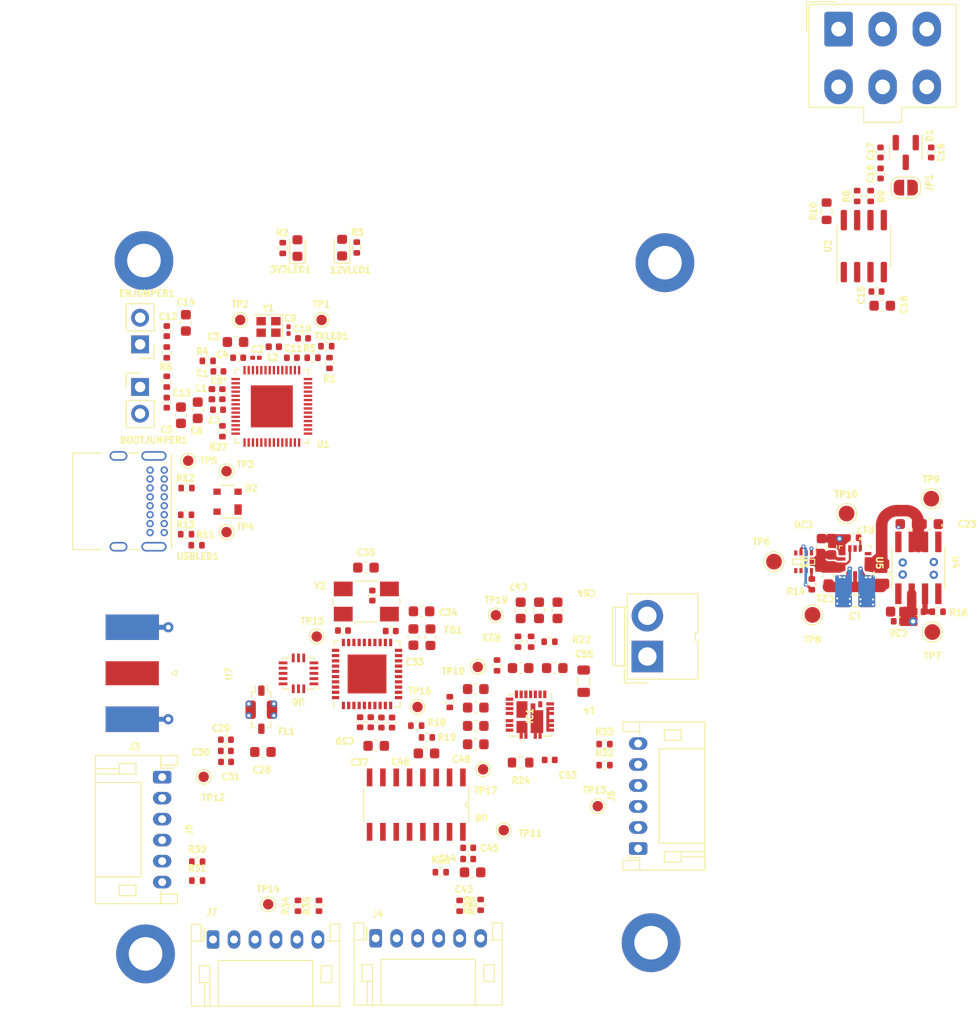
<source format=kicad_pcb>
(kicad_pcb (version 20221018) (generator pcbnew)
  (layers (0 "F.Cu" mixed) (1 "In1.Cu" power) (2 "In2.Cu" power) (31 "B.Cu" mixed) (34 "B.Paste" user) (35 "F.Paste" user) (36 "B.SilkS" user "B.Silkscreen") (37 "F.SilkS" user "F.Silkscreen") (38 "B.Mask" user) (39 "F.Mask" user) (44 "Edge.Cuts" user))
  (net 0 "")
  (net 1 "GND")
  (net 2 "VBUS")
  (net 3 "RBUS_uC_V")
  (net 4 "Net-(3V3LED1-A)")
  (net 5 "/Power/BBIN")
  (net 6 "/Power/BIAS")
  (net 7 "/Power/BBOUT")
  (net 8 "/Power/LX1")
  (net 9 "/Power/LX2")
  (net 10 "/Power/SEL")
  (net 11 "/Power/FBIn")
  (net 12 "Net-(12VLED1-A)")
  (net 13 "/BOOT")
  (net 14 "5V_PWR")
  (net 15 "Net-(C1-Pad1)")
  (net 16 "/Camera System/VIDEO_IN")
  (net 17 "+3.3VA")
  (net 18 "+3.3V")
  (net 19 "Net-(U1-LNA_IN{slash}RF)")
  (net 20 "Net-(U1-XTAL_N)")
  (net 21 "Net-(C8-Pad2)")
  (net 22 "/CHIP_PU")
  (net 23 "Net-(C9-Pad1)")
  (net 24 "Net-(JP1-B)")
  (net 25 "Net-(U7-REG1D8)")
  (net 26 "Net-(C36-Pad1)")
  (net 27 "Net-(C42-Pad1)")
  (net 28 "/CAN+")
  (net 29 "/CAN-")
  (net 30 "Net-(IC1-VIN_1)")
  (net 31 "Net-(IC1-V_DRV)")
  (net 32 "Net-(IC1-VDD)")
  (net 33 "Net-(IC1-BOOT)")
  (net 34 "Net-(U8-Z)")
  (net 35 "/Data-")
  (net 36 "/Data+")
  (net 37 "/Camera System/RFOUT")
  (net 38 "Net-(C53-Pad2)")
  (net 39 "Net-(IC1-SW_1)")
  (net 42 "PWR_GOOD")
  (net 43 "Net-(IC1-FB)")
  (net 44 "PA_EN")
  (net 45 "Net-(IC1-MODE_2)")
  (net 46 "Net-(IC1-_MODE_1)")
  (net 47 "Net-(IC1-PHASE)")
  (net 49 "/Camera System/CAMERA0")
  (net 50 "CAMERA_PWR_DET")
  (net 51 "CAMERA0_TRIG")
  (net 52 "/Camera System/CAMERA1")
  (net 53 "CAMERA1_TRIG")
  (net 54 "/Camera System/CAMERA2")
  (net 55 "CAMERA2_TRIG")
  (net 56 "/Camera System/CAMERA3")
  (net 57 "CAMERA3_TRIG")
  (net 58 "Net-(FL1-OUT)")
  (net 59 "Net-(J2-CC1)")
  (net 61 "Net-(J2-CC2)")
  (net 62 "+12V")
  (net 63 "/CAN-BUS/Vref")
  (net 65 "Net-(USBLED1-A)")
  (net 66 "Net-(U1-XTAL_P)")
  (net 67 "/TXD")
  (net 68 "Net-(TXLED1-A)")
  (net 69 "Net-(U1-U0TXD{slash}PROG{slash}GPIO43)")
  (net 70 "Net-(U2-Rs)")
  (net 71 "Net-(U3-ST)")
  (net 72 "/RXD")
  (net 73 "Net-(R21-Pad1)")
  (net 74 "Net-(U6-RF_IN)")
  (net 77 "SEL2")
  (net 78 "SEL1")
  (net 80 "CS0")
  (net 81 "CS1")
  (net 82 "CS2")
  (net 96 "/Camera System/OSC2")
  (net 97 "/Camera System/OSC4")
  (net 98 "Net-(J4-Pin_1)")
  (net 99 "Net-(J4-Pin_4)")
  (net 100 "Net-(J4-Pin_5)")
  (net 101 "Net-(J4-Pin_6)")
  (net 104 "PA_PWR_DET")
  (net 133 "/CAN_TX")
  (net 134 "/CAN_RX")
  (net 135 "/Power/VoutDiode")
  (net 141 "Net-(J5-Pin_5)")
  (net 142 "Net-(J5-Pin_6)")
  (net 143 "Net-(J6-Pin_5)")
  (net 144 "Net-(J6-Pin_6)")
  (net 145 "Net-(J7-Pin_5)")
  (net 146 "Net-(J7-Pin_6)")
  (net 147 "PHOTO0_TRIG")
  (net 148 "PHOTO1_TRIG")
  (net 149 "PHOTO2_TRIG")
  (net 150 "PHOTO3_TRIG")
  (footprint "Capacitor_SMD:C_0603_1608Metric" (layer "F.Cu") (at 159.852 109.2572 180)
    (fp_text reference "C37")
    (fp_text value "10u")
  )
  (footprint "Capacitor_SMD:C_0402_1005Metric" (layer "F.Cu") (at 145.532 108.6702)
    (fp_text reference "C29")
    (fp_text value "100n")
  )
  (footprint "MountingHole:MountingHole_3.2mm_M3_DIN965_Pad" (layer "F.Cu") (at 137.8784 129.0724)
    (fp_text reference "H3" hide)
    (fp_text value "MountingHole_Pad")
  )
  (footprint "Capacitor_SMD:C_0402_1005Metric" (layer "F.Cu") (at 145.2 75.76 90)
    (fp_text reference "C8")
    (fp_text value "0.1uF")
  )
  (footprint "Capacitor_SMD:C_0402_1005Metric" (layer "F.Cu") (at 158.315 107.0096 -90)
    (fp_text reference "C39")
    (fp_text value "100n")
  )
  (footprint "Ricardo-CHEESE:SOIC127P600X175-16N" (layer "F.Cu") (at 163.6638 114.8528 -90)
    (fp_text reference "U8")
    (fp_text value "HEF4051BT")
  )
  (footprint "LED_SMD:LED_0603_1608Metric" (layer "F.Cu") (at 156.6 61.8 90)
    (fp_text reference "12VLED1")
    (fp_text value "12V_LED")
  )
  (footprint "Resistor_SMD:R_0402_1005Metric" (layer "F.Cu") (at 213.337285 96.48)
    (fp_text reference "R16")
    (fp_text value "10k")
  )
  (footprint "Resistor_SMD:R_0402_1005Metric" (layer "F.Cu") (at 155.1 71.19)
    (fp_text reference "TXLED1")
    (fp_text value "TX_LED")
  )
  (footprint "Capacitor_SMD:C_0402_1005Metric" (layer "F.Cu") (at 161.2386 98.3228)
    (fp_text reference "C32" hide)
    (fp_text value "10n")
  )
  (footprint "Inductor_SMD:L_0402_1005Metric" (layer "F.Cu") (at 150.1 71.24)
    (fp_text reference "L2")
    (fp_text value "20nH")
  )
  (footprint "Capacitor_SMD:C_0402_1005Metric" (layer "F.Cu") (at 139.9 69.748 90)
    (fp_text reference "C12")
    (fp_text value "0.1uF")
  )
  (footprint "Capacitor_SMD:C_0402_1005Metric" (layer "F.Cu") (at 159.331 107.0096 -90)
    (fp_text reference "C40" hide)
    (fp_text value "100n")
  )
  (footprint "Resistor_SMD:R_0402_1005Metric" (layer "F.Cu") (at 174.6116 99.338 90)
    (fp_text reference "R21" hide)
    (fp_text value "18k")
  )
  (footprint "Capacitor_SMD:C_0603_1608Metric" (layer "F.Cu") (at 176.8616 101.848)
    (fp_text reference "C55")
    (fp_text value "2u2")
  )
  (footprint "Resistor_SMD:R_0402_1005Metric" (layer "F.Cu") (at 164.6818 108.452 180)
    (fp_text reference "R19")
    (fp_text value "10k")
  )
  (footprint "fps:SiC437BEDT1GE3" (layer "F.Cu") (at 174.5556 106.329 90)
    (fp_text reference "IC1")
    (fp_text value "SiC437BED-T1-GE3" hide)
  )
  (footprint "Crystal:Crystal_SMD_2016-4Pin_2.0x1.6mm" (layer "F.Cu") (at 149.591492 69.355 180)
    (fp_text reference "Y1")
    (fp_text value "40MHz±10ppm")
  )
  (footprint "Capacitor_SMD:C_0603_1608Metric" (layer "F.Cu") (at 173.6116 101.848 180)
    (fp_text reference "C56" hide)
    (fp_text value "1u")
  )
  (footprint "Ricardo-CHEESE:RTC6705" (layer "F.Cu") (at 158.9782 102.4096 90)
    (fp_text reference "U7")
    (fp_text value "RTC6705")
  )
  (footprint "Resistor_SMD:R_0402_1005Metric" (layer "F.Cu") (at 143.8 72.59)
    (fp_text reference "R4")
    (fp_text value "47.5")
  )
  (footprint "Connector:JWT_A3963_1x02_P3.96mm_Vertical" (layer "F.Cu") (at 185.6812 100.7452 90)
    (fp_text reference "J8" hide)
    (fp_text value "Conn_01x02_Male")
  )
  (footprint "Capacitor_SMD:C_0603_1608Metric" (layer "F.Cu") (at 173.6116 96.348 90)
    (fp_text reference "C47")
    (fp_text value "3u3")
  )
  (footprint "TestPoint:TestPoint_Pad_D1.0mm" (layer "F.Cu") (at 172 117.29)
    (fp_text reference "TP11")
    (fp_text value "TestPoint")
  )
  (footprint "Inductor_SMD:L_0402_1005Metric" (layer "F.Cu") (at 144.2 75.76 90)
    (fp_text reference "L1")
    (fp_text value "2.0nH")
  )
  (footprint "Resistor_SMD:R_0402_1005Metric" (layer "F.Cu") (at 181.6 111.09)
    (fp_text reference "R32")
    (fp_text value "1k")
  )
  (footprint "Capacitor_SMD:C_0603_1608Metric" (layer "F.Cu") (at 169.3366 107.358 180)
    (fp_text reference "C49" hide)
    (fp_text value "2u2")
  )
  (footprint "Package_TO_SOT_SMD:SOT-143" (layer "F.Cu") (at 145.6918 85.9994 180)
    (fp_text reference "D2")
    (fp_text value "SP0503BAHT")
  )
  (footprint "Resistor_SMD:R_0402_1005Metric" (layer "F.Cu") (at 141.7418 89.0994)
    (fp_text reference "R11")
    (fp_text value "470")
  )
  (footprint "TestPoint:TestPoint_Pad_D1.0mm" (layer "F.Cu") (at 145.5918 88.8994 -90)
    (fp_text reference "TP4")
    (fp_text value "TestPoint")
  )
  (footprint "Inductor_SMD:L_0805_2012Metric" (layer "F.Cu") (at 179.6116 103.098 -90)
    (fp_text reference "L4")
    (fp_text value "11u")
  )
  (footprint "Capacitor_SMD:C_0201_0603Metric" (layer "F.Cu") (at 151.5 69.66 -90)
    (fp_text reference "C9")
    (fp_text value "C")
  )
  (footprint "Capacitor_SMD:C_0603_1608Metric" (layer "F.Cu") (at 142.85 77.29 -90)
    (fp_text reference "C6")
    (fp_text value "1uF")
  )
  (footprint "Capacitor_SMD:C_0402_1005Metric" (layer "F.Cu") (at 212.7194 52.7384 90)
    (fp_text reference "C19")
    (fp_text value "220pF")
  )
  (footprint "Resistor_SMD:R_0402_1005Metric" (layer "F.Cu") (at 176.3616 99.338 180)
    (fp_text reference "R22")
    (fp_text value "56k")
  )
  (footprint "Capacitor_SMD:C_0402_1005Metric" (layer "F.Cu") (at 207.8984 54.7334 90)
    (fp_text reference "C18")
    (fp_text value "0.1uF")
  )
  (footprint "Resistor_SMD:R_0402_1005Metric" (layer "F.Cu") (at 150.95 61.84 -90)
    (fp_text reference "R2")
    (fp_text value "470")
  )
  (footprint "Capacitor_SMD:C_0603_1608Metric" (layer "F.Cu") (at 210.55 88.13 180)
    (fp_text reference "C24" hide)
    (fp_text value "4.7uF")
  )
  (footprint "Capacitor_SMD:C_0603_1608Metric" (layer "F.Cu") (at 164.642 109.976 180)
    (fp_text reference "C46")
    (fp_text value "1u")
  )
  (footprint "TestPoint:TestPoint_Pad_D1.0mm" (layer "F.Cu") (at 141.9418 82.0994 -90)
    (fp_text reference "TP5")
    (fp_text value "TestPoint")
  )
  (footprint "Resistor_SMD:R_0402_1005Metric" (layer "F.Cu") (at 142.8 120.29)
    (fp_text reference "R30")
    (fp_text value "1k")
  )
  (footprint "Capacitor_SMD:C_0402_1005Metric" (layer "F.Cu") (at 161.363 107.0376 -90)
    (fp_text reference "C38" hide)
    (fp_text value "100n")
  )
  (footprint "fps:SOTFL50P160X60-8N" (layer "F.Cu") (at 200.57 91.722 -90)
    (fp_text reference "U3")
    (fp_text value "LM66200DRLR" hide)
  )
  (footprint "Capacitor_SMD:C_0603_1608Metric" (layer "F.Cu") (at 141.7208 68.966386 90)
    (fp_text reference "C14")
    (fp_text value "1uF")
  )
  (footprint "Connector_JST:JST_PH_S6B-PH-K_1x06_P2.00mm_Horizontal" (layer "F.Cu") (at 139.4648 112.236 -90)
    (fp_text reference "J5")
    (fp_text value "Conn_01x06_Pin")
  )
  (footprint "Resistor_SMD:R_0402_1005Metric" (layer "F.Cu") (at 166 121.29)
    (fp_text reference "R26")
    (fp_text value "1k")
  )
  (footprint "Capacitor_SMD:C_0603_1608Metric" (layer "F.Cu") (at 177.1216 96.348 90)
    (fp_text reference "C54")
    (fp_text value "3u3")
  )
  (footprint "Capacitor_SMD:C_0402_1005Metric" (layer "F.Cu") (at 159.4834 94.942 -90)
    (fp_text reference "C42" hide)
    (fp_text value "33p")
  )
  (footprint "MountingHole:MountingHole_3.2mm_M3_DIN965_Pad" (layer "F.Cu") (at 137.726 63.0324)
    (fp_text reference "H1" hide)
    (fp_text value "MountingHole_Pad")
  )
  (footprint "Resistor_SMD:R_0402_1005Metric" (layer "F.Cu") (at 154.4 124.49 90)
    (fp_text reference "R35")
    (fp_text value "1k")
  )
  (footprint "Capacitor_SMD:C_0402_1005Metric" (layer "F.Cu") (at 209.63 97.39)
    (fp_text reference "C26")
    (fp_text value "0.1uF")
  )
  (footprint "Resistor_SMD:R_0402_1005Metric" (layer "F.Cu") (at 171.3616 101.598 -90)
    (fp_text reference "R25" hide)
    (fp_text value "51k")
  )
  (footprint "fps:QFN40P700X700X90-57N" (layer "F.Cu") (at 149.907492 76.920786)
    (fp_text reference "U1")
    (fp_text value "ESP32-S3")
  )
  (footprint "Capacitor_SMD:C_0402_1005Metric" (layer "F.Cu") (at 207.5084 65.9834)
    (fp_text reference "C15")
    (fp_text value "100nF")
  )
  (footprint "Capacitor_SMD:C_0805_2012Metric" (layer "F.Cu") (at 208.005 92.88 -90)
    (fp_text reference "C22" hide)
    (fp_text value "22uF")
  )
  (footprint "Resistor_SMD:R_0402_1005Metric" (layer "F.Cu") (at 145.2 79.29 90)
    (fp_text reference "R27")
    (fp_text value "1k")
  )
  (footprint "TestPoint:TestPoint_Pad_D1.0mm" (layer "F.Cu") (at 149.5624 124.348)
    (fp_text reference "TP14")
    (fp_text value "TestPoint")
  )
  (footprint "Capacitor_SMD:C_0603_1608Metric" (layer "F.Cu") (at 169.3366 109.108 180)
    (fp_text reference "C48")
    (fp_text value "2u2")
  )
  (footprint "TestPoint:TestPoint_Pad_D1.0mm" (layer "F.Cu") (at 163.7864 105.552)
    (fp_text reference "TP16")
    (fp_text value "TestPoint")
  )
  (footprint "Capacitor_SMD:C_0603_1608Metric" (layer "F.Cu") (at 158.8738 92.2776)
    (fp_text reference "C35")
    (fp_text value "1u")
  )
  (footprint "Capacitor_SMD:C_0402_1005Metric" (layer "F.Cu") (at 145.5268 109.737)
    (fp_text reference "C30")
    (fp_text value "100n")
  )
  (footprint "Capacitor_SMD:C_0402_1005Metric" (layer "F.Cu") (at 160.347 107.0376 -90)
    (fp_text reference "C41" hide)
    (fp_text value "100n")
  )
  (footprint "Resistor_SMD:R_0402_1005Metric" (layer "F.Cu") (at 142.8 122.09)
    (fp_text reference "R31")
    (fp_text value "1k")
  )
  (footprint "Resistor_SMD:R_0402_1005Metric" (layer "F.Cu") (at 201.35 93.872 90)
    (fp_text reference "R14")
    (fp_text value "10k")
  )
  (footprint "Capacitor_SMD:C_0402_1005Metric" (layer "F.Cu") (at 144.82 73.59)
    (fp_text reference "C1")
    (fp_text value "4.2pF")
  )
  (footprint "Connector_USB:USB_C_Receptacle_GCT_USB4085" (layer "F.Cu") (at 139.66 82.99 -90)
    (fp_text reference "J2" hide)
    (fp_text value "USB_C_Receptacle_USB2.0")
  )
  (footprint "Capacitor_SMD:C_0603_1608Metric" (layer "F.Cu") (at 202.29 90.29 90)
    (fp_text reference "C20")
    (fp_text value "10uF")
  )
  (footprint "Capacitor_SMD:C_0402_1005Metric" (layer "F.Cu") (at 139.9 76.566386 -90)
    (fp_text reference "C13")
    (fp_text value "0.1uF")
  )
  (footprint "TestPoint:TestPoint_Pad_D1.0mm" (layer "F.Cu") (at 154.65 68.69)
    (fp_text reference "TP1")
    (fp_text value "TestPoint")
  )
  (footprint "Filter:Filter_Mini-Circuits_FV1206-4" (layer "F.Cu") (at 148.9076 105.8116 -90)
    (fp_text reference "FL1")
    (fp_text value "BFCN-5200")
  )
  (footprint "Package_TO_SOT_SMD:SOT-23" (layer "F.Cu") (at 210.2984 52.7384 -90)
    (fp_text reference "D1")
    (fp_text value "SM712_SOT23")
  )
  (footprint "Connector_JST:JST_PH_S6B-PH-K_1x06_P2.00mm_Horizontal" (layer "F.Cu") (at 159.8024 127.5876)
    (fp_text reference "J4")
    (fp_text value "Conn_01x06_Pin")
  )
  (footprint "Resistor_SMD:R_0402_1005Metric" (layer "F.Cu") (at 139.9 71.78 90)
    (fp_text reference "R6")
    (fp_text value "10K")
  )
  (footprint "Capacitor_SMD:C_0402_1005Metric" (layer "F.Cu") (at 168.6142 120.0344 180)
    (fp_text reference "C44")
    (fp_text value "100n")
  )
  (footprint "Connector_Coaxial:SMA_Molex_73251-1153_EdgeMount_Horizontal" (layer "F.Cu") (at 138.3284 102.3404)
    (fp_text reference "J3")
    (fp_text value "Conn_Coaxial")
  )
  (footprint "Capacitor_SMD:C_0603_1608Metric" (layer "F.Cu") (at 149.06 109.8386)
    (fp_text reference "C28")
    (fp_text value "10u")
  )
  (footprint "Capacitor_SMD:C_0603_1608Metric" (layer "F.Cu") (at 169.3366 105.608 180)
    (fp_text reference "C50" hide)
    (fp_text value "2u2")
  )
  (footprint "Capacitor_SMD:C_0603_1608Metric" (layer "F.Cu") (at 175.3616 96.348 -90)
    (fp_text reference "C52" hide)
    (fp_text value "3u3")
  )
  (footprint "Capacitor_SMD:C_0603_1608Metric" (layer "F.Cu") (at 163.395 98.8946 90)
    (fp_text reference "C33")
    (fp_text value "1u")
  )
  (footprint "Resistor_SMD:R_0402_1005Metric" (layer "F.Cu") (at 166.8616 105.088 90)
    (fp_text reference "R20" hide)
    (fp_text value "100k")
  )
  (footprint "Capacitor_SMD:C_0402_1005Metric" (layer "F.Cu") (at 152.88 70.44)
    (fp_text reference "C10")
    (fp_text value "0.1uF")
  )
  (footprint "Resistor_SMD:R_0402_1005Metric" (layer "F.Cu") (at 211.477285 96.48)
    (fp_text reference "R15" hide)
    (fp_text value "56k")
  )
  (footprint "Capacitor_SMD:C_0603_1608Metric" (layer "F.Cu") (at 146.45 70.79 180)
    (fp_text reference "C3")
    (fp_text value "1uF")
  )
  (footprint "Connector_JST:JST_PH_S6B-PH-K_1x06_P2.00mm_Horizontal" (layer "F.Cu") (at 144.3056 127.7008)
    (fp_text reference "J7")
    (fp_text value "Conn_01x06_Pin")
  )
  (footprint "TestPoint:TestPoint_Pad_D1.5mm" (layer "F.Cu") (at 197.744508 91.710414)
    (fp_text reference "TP6")
    (fp_text value "TestPoint")
  )
  (footprint "Resistor_SMD:R_0402_1005Metric" (layer "F.Cu") (at 205.29 89.43 180)
    (fp_text reference "R17")
    (fp_text value "14k")
  )
  (footprint "TestPoint:TestPoint_Pad_D1.5mm" (layer "F.Cu") (at 212.832108 98.416014)
    (fp_text reference "TP7")
    (fp_text value "TestPoint")
  )
  (footprint "TestPoint:TestPoint_Pad_D1.5mm" (layer "F.Cu") (at 212.730508 85.716014)
    (fp_text reference "TP9")
    (fp_text value "TestPoint")
  )
  (footprint "Connector_PinHeader_2.54mm:PinHeader_1x02_P2.54mm_Vertical" (layer "F.Cu") (at 137.36 75.077)
    (fp_text reference "BOOTJUMPER1")
    (fp_text value "Conn_01x02_Male")
  )
  (footprint "Resistor_SMD:R_0402_1005Metric" (layer "F.Cu") (at 167.8 124.49 -90)
    (fp_text reference "R28")
    (fp_text value "1k")
  )
  (footprint "Jumper:SolderJumper-2_P1.3mm_Open_RoundedPad1.0x1.5mm" (layer "F.Cu") (at 210.2984 56.0834 180)
    (fp_text reference "JP1")
    (fp_text value "TermJP")
  )
  (footprint "Capacitor_SMD:C_0603_1608Metric" (layer "F.Cu") (at 164.17 96.4432 180)
    (fp_text reference "C34")
    (fp_text value "1u")
  )
  (footprint "Resistor_SMD:R_0402_1005Metric" (layer "F.Cu") (at 169.8 124.4 90)
    (fp_text reference "R29")
    (fp_text value "1k")
  )
  (footprint "Resistor_SMD:R_0402_1005Metric" (layer "F.Cu") (at 163.6638 107.3344)
    (fp_text reference "R18")
    (fp_text value "10k")
  )
  (footprint "Connector_JST:JST_PH_S6B-PH-K_1x06_P2.00mm_Horizontal" (layer "F.Cu") (at 184.806 119.0356 90)
    (fp_text reference "J6")
    (fp_text value "Conn_01x06_Pin")
  )
  (footprint "Crystal:Crystal_SMD_0603-4Pin_6.0x3.5mm" (layer "F.Cu") (at 158.909 95.5096)
    (fp_text reference "Y2")
    (fp_text value "8MHz")
  )
  (footprint "Resistor_SMD:R_0402_1005Metric" (layer "F.Cu") (at 141.7818 84.6994)
    (fp_text reference "R12")
    (fp_text value "5.1k")
  )
  (footprint "TestPoint:TestPoint_Pad_D1.0mm" (layer "F.Cu") (at 143.4156 112.2068)
    (fp_text reference "TP12")
    (fp_text value "TestPoint")
  )
  (footprint "TestPoint:TestPoint_Pad_D1.5mm" (layer "F.Cu") (at 201.4136 96.7804)
    (fp_text reference "TP8")
    (fp_text value "TestPoint")
  )
  (footprint "LED_SMD:LED_0603_1608Metric" (layer "F.Cu") (at 152.35 61.84 90)
    (fp_text reference "3V3LED1")
    (fp_text value "3V3LED" hide)
  )
  (footprint "Capacitor_SMD:C_0402_1005Metric" (layer "F.Cu") (at 146.7 72.29 180)
    (fp_text reference "C4")
    (fp_text value "10nF")
  )
  (footprint "Capacitor_SMD:C_0402_1005Metric" (layer "F.Cu") (at 168.6142 118.9676 180)
    (fp_text reference "C45")
    (fp_text value "100n")
  )
  (footprint "TestPoint:TestPoint_Pad_D1.0mm" (layer "F.Cu") (at 145.5918 83.0994 -90)
    (fp_text reference "TP3")
    (fp_text value "TestPoint")
  )
  (footprint "Capacitor_SMD:C_0603_1608Metric" (layer "F.Cu") (at 212.629508 88.133814)
    (fp_text reference "C23")
    (fp_text value "10uF")
  )
  (footprint "Capacitor_SMD:C_0402_1005Metric" (layer "F.Cu") (at 145.5492 110.7844)
    (fp_text reference "C31")
    (fp_text value "100n")
  )
  (footprint "Resistor_SMD:R_0402_1005Metric" (layer "F.Cu") (at 173.3616 99.338 -90)
    (fp_text reference "R23")
    (fp_text value "10k")
  )
  (footprint "Inductor_SMD:L_0603_1608Metric" (layer "F.Cu") (at 165.0206 98.9071 90)
    (fp_text reference "FB1")
    (fp_text value "120R")
  )
  (footprint "Connector_Molex:Molex_Mini-Fit_Jr_5566-06A_2x03_P4.20mm_Vertical" (layer "F.Cu") (at 203.9 40.99)
    (fp_text reference "J1" hide)
    (fp_text value "RBUS")
  )
  (footprint "Capacitor_SMD:C_0603_1608Metric" (layer "F.Cu") (at 208.0584 67.3334)
    (fp_text reference "C16")
    (fp_text value "10uF")
  )
  (footprint "TestPoint:TestPoint_Pad_D1.0mm" (layer "F.Cu") (at 169.5268 101.742)
    (fp_text reference "TP18")
    (fp_text value "TestPoint")
  )
  (footprint "Resistor_SMD:R_0402_1005Metric" (layer "F.Cu") (at 181.6 109.09)
    (fp_text reference "R33")
    (fp_text value "1k")
  )
  (footprint "fps:SOIC127P599X175-8N" (layer "F.Cu") (at 211.499508 92.298814 -90)
    (fp_text reference "U4")
    (fp_text value "SC4215")
  )
  (footprint "Resistor_SMD:R_0402_1005Metric" (layer "F.Cu") (at 142.7418 90.1494 180)
    (fp_text reference "USBLED1")
    (fp_text value "USB_LED")
  )
  (footprint "Capacitor_SMD:C_0603_1608Metric" (layer "F.Cu") (at 209.63 96.47)
    (fp_text reference "C25" hide)
    (fp_text value "10uF")
  )
  (footprint "Resistor_SMD:R_0402_1005Metric" (layer "F.Cu") (at 155.4 72.79 90)
    (fp_text reference "R1")
    (fp_text value "470")
  )
  (footprint "Package_SO:SOIC-8_3.9x4.9mm_P1.27mm" (layer "F.Cu") (at 206.3034 61.6584 90)
    (fp_text reference "U2")
    (fp_text value "SN65HVD230")
  )
  (footprint "TestPoint:TestPoint_Pad_D1.0mm" (layer "F.Cu") (at 146.9 68.69)
    (fp_text reference "TP2")
    (fp_text value "TestPoint")
  )
  (footprint "Resistor_SMD:R_0402_1005Metric" (layer "F.Cu") (at 139.9 74.566386 -90)
    (fp_text reference "R7" hide)
    (fp_text value "10K")
  )
  (footprint "Capacitor_SMD:C_0402_1005Metric" (layer "F.Cu") (at 207.8934 52.7384 90)
    (fp_text reference "C17")
    (fp_text value "220pF")
  )
  (footprint "Capacitor_SMD:C_0603_1608Metric" (layer "F.Cu") (at 141.25 77.765 -90)
    (fp_text reference "C5")
    (fp_text value "10uF")
  )
  (footprint "Resistor_SMD:R_0402_1005Metric" (layer "F.Cu") (at 206.9584 56.8834 -90)
    (fp_text reference "R9")
    (fp_text value "60")
  )
  (footprint "Connector_PinHeader_2.54mm:PinHeader_1x02_P2.54mm_Vertical" (layer "F.Cu") (at 137.36 71.018 180)
    (fp_text reference "ENJUMPER1")
    (fp_text value "Conn_01x02_Male")
  )
  (footprint "Capacitor_SMD:C_0402_1005Metric" (layer "F.Cu") (at 176.3816 110.598 180)
    (fp_text reference "C53")
    (fp_text value "100n")
  )
  (footprint "Capacitor_SMD:C_0402_1005Metric" (layer "F.Cu") (at 144.78 77.240001)
    (fp_text reference "C7")
    (fp_text value "0.1uF")
  )
  (footprint "Capacitor_SMD:C_0402_1005Metric" (layer "F.Cu") (at 151.82 72.29)
    (fp_text reference "C11")
    (fp_text value "0.1uF")
  )
  (footprint "Resistor_SMD:R_0402_1005Metric" (layer "F.Cu") (at 158 61.79 90)
    (fp_text reference "R3")
    (fp_text value "3k")
  )
  (footprint "Resistor_SMD:R_0402_1005Metric" (layer "F.Cu") (at 141.7418 87.2494 180)
    (fp_text reference "R13")
    (fp_text value "5.1k")
  )
  (footprint "fps:CONV_MAX77827AEFD+T" (layer "F.Cu") (at 205.472926 91.7 -90)
    (fp_text reference "U5")
    (fp_text value "MAX77827AEFD+T")
  )
  (footprint "Resistor_SMD:R_0603_1608Metric" (layer "F.Cu") (at 173.6116 110.848)
    (fp_text reference "R24")
    (fp_text value "0")
  )
  (footprint "TestPoint:TestPoint_Pad_D1.0mm" (layer "F.Cu") (at 171.254 96.8144)
    (fp_text reference "TP19")
    (fp_text value "TestPoint")
  )
  (footprint "Capacitor_SMD:C_0402_1005Metric" (layer "F.Cu") (at 156.6894 98.272 180)
    (fp_text reference "C36" hide)
    (fp_text value "33p")
  )
  (footprint "Resistor_SMD:R_0402_1005Metric" (layer "F.Cu") (at 152.4 124.49 90)
    (fp_text reference "R34")
    (fp_text value "1k")
  )
  (footprint "TestPoint:TestPoint_Pad_D1.0mm" (layer "F.Cu") (at 170.0348 111.4956)
    (fp_text reference "TP17")
    (fp_text value "TestPoint")
  )
  (footprint "Capacitor_SMD:C_0201_0603Metric" (layer "F.Cu") (at 148.4 72.29 180)
    (fp_text reference "C2")
    (fp_text value "C")
  )
  (footprint "Capacitor_SMD:C_0603_1608Metric" (layer "F.Cu") (at 169.0356 121.3044)
    (fp_text reference "C43")
    (fp_text value "10u")
  )
  (footprint "Capacitor_SMD:C_0603_1608Metric" (layer "F.Cu") (at 202.934377 93.067856 -90)
    (fp_text reference "C21")
    (fp_text value "10uF")
  )
  (footprint "MountingHole:MountingHole_3.2mm_M3_DIN965_Pad" (layer "F.Cu") (at 186.0368 128.0056)
    (fp_text reference "H4" hide)
    (fp_text value "MountingHole_Pad")
  )
  (footprint "Capacitor_SMD:C_0603_1608Metric" (layer "F.Cu") (at 203.21 90.29 90)
    (fp_text reference "C27" hide)
    (fp_text value "1uF")
  )
  (footprint "Inductor_SMD:L_0805_2012Metric" (layer "F.Cu") (at 205.477566 95.447961)
    (fp_text reference "L3")
    (fp_text value "1uH")
  )
  (footprint "fps:QFN300X300X100-16N" (layer "F.Cu") (at 152.449 102.3528 180)
    (fp_text reference "U6")
    (fp_text value "SE5005L")
  )
  (footprint "Resistor_SMD:R_0603_1608Metric" (layer "F.Cu") (at 202.7584 58.3334 90)
    (fp_text reference "R10")
    (fp_text value "0")
  )
  (footprint "Capacitor_SMD:C_0603_1608Metric" (layer "F.Cu") (at 169.3366 103.848 180)
    (fp_text reference "C51" hide)
    (fp_text value "2u2")
  )
  (footprint "Resistor_SMD:R_0402_1005Metric" (layer "F.Cu") (at 205.6684 56.8834 90)
    (fp_text reference "R8")
    (fp_text value "60")
  )
  (footprint "TestPoint:TestPoint_Pad_D1.5mm" (layer "F.Cu") (at 204.6648 87.1284)
    (fp_text reference "TP10")
    (fp_text value "TestPoint")
  )
  (footprint "MountingHole:MountingHole_3.2mm_M3_DIN965_Pad" (layer "F.Cu") (at 187.3576 63.2356)
    (fp_text reference "H2" hide)
    (fp_text value "MountingHole_Pad")
  )
  (footprint "TestPoint:TestPoint_Pad_D1.0mm" (layer "F.Cu") (at 154.1852 98.8464)
    (fp_text reference "TP15")
    (fp_text value "TestPoint")
  )
  (footprint "Resistor_SMD:R_0402_1005Metric" (layer "F.Cu") (at 153.79 72.29 180)
    (fp_text reference "R5")
    (fp_text value "499")
  )
  (footprint "TestPoint:TestPoint_Pad_D1.0mm" (layer "F.Cu") (at 180.9568 115.0008)
    (fp_text reference "TP13")
    (fp_text value "TestPoint")
  )
  (segment (start 205.470705 92.79939) (end 205.470705 93.931165) (width 0.36) (layer "F.Cu") (net 1))
  (segment (start 208.001 94.121) (end 208.018 94.104) (width 1) (layer "F.Cu") (net 1))
  (segment (start 202.882537 94.121) (end 208.001 94.121) (width 1) (layer "F.Cu") (net 1))
  (segment (start 205.472926 93.931775) (end 205.464701 93.94) (width 0.25) (layer "F.Cu") (net 1))
  (segment (start 201.314108 90.904814) (end 201.314108 90.460814) (width 0.25) (layer "F.Cu") (net 1))
  (via (at 203.982 89.519) (size 0.6) (drill 0.3) (layers "F.Cu" "B.Cu") (net 1))
  (via (at 209.61 88.44) (size 0.4) (drill 0.2) (layers "F.Cu" "B.Cu") (net 1))
  (via (at 210.009508 92.933814) (size 0.8) (drill 0.4) (layers "F.Cu" "B.Cu") (net 1))
  (via (at 212.969508 92.963814) (size 0.8) (drill 0.4) (layers "F.Cu" "B.Cu") (net 1))
  (via (at 212.969508 91.743814) (size 0.8) (drill 0.4) (layers "F.Cu" "B.Cu") (net 1))
  (via (at 210.009508 92.933814) (size 0.8) (drill 0.4) (layers "F.Cu" "B.Cu") (net 1))
  (via (at 201.314108 90.460814) (size 0.4) (drill 0.2) (layers "F.Cu" "B.Cu") (net 1))
  (via (at 210.009508 91.793814) (size 0.8) (drill 0.4) (layers "F.Cu" "B.Cu") (net 1))
  (segment (start 200.832108 93.890814) (end 201.344108 94.402814) (width 0.25) (layer "F.Cu") (net 2))
  (segment (start 200.774108 93.890814) (end 200.832108 93.890814) (width 0.25) (layer "F.Cu") (net 2))
  (segment (start 201.344108 94.402814) (end 201.402108 94.402814) (width 0.25) (layer "F.Cu") (net 2))
  (segment (start 200.314108 90.904814) (end 200.314108 90.517731) (width 0.25) (layer "F.Cu") (net 2))
  (segment (start 200.314108 90.517731) (end 200.556192 90.275647) (width 0.25) (layer "F.Cu") (net 2))
  (via (at 200.556192 90.275647) (size 0.4) (drill 0.2) (layers "F.Cu" "B.Cu") (net 2))
  (via (at 200.774108 93.890814) (size 0.4) (drill 0.2) (layers "F.Cu" "B.Cu") (net 2))
  (segment (start 200.774108 90.493563) (end 200.556192 90.275647) (width 0.25) (layer "B.Cu") (net 2))
  (segment (start 200.774108 93.890814) (end 200.774108 90.493563) (width 0.25) (layer "B.Cu") (net 2))
  (segment (start 204.972926 90.4) (end 204.972926 91.467373) (width 0.2) (layer "F.Cu") (net 5))
  (segment (start 204.86 91.74) (end 204.812132 91.787868) (width 0.2) (layer "F.Cu") (net 5))
  (arc (start 204.812132 91.787868) (mid 204.577163 91.944869) (end 204.3 92) (width 0.2) (layer "F.Cu") (net 5))
  (arc (start 204.972926 91.467373) (mid 204.943577 91.614918) (end 204.86 91.74) (width 0.2) (layer "F.Cu") (net 5))
  (segment (start 203.21 90.77) (end 203.21 90.863764) (width 0.25) (layer "F.Cu") (net 6))
  (segment (start 203.191882 90.881882) (end 203.768118 91.458118) (width 0.31) (layer "F.Cu") (net 6))
  (segment (start 203.768118 91.458118) (end 204.254808 91.458118) (width 0.31) (layer "F.Cu") (net 6))
  (segment (start 203.21 90.863764) (end 203.191882 90.881882) (width 0.25) (layer "F.Cu") (net 6))
  (segment (start 209.481396 86.855) (end 210.36365 86.855) (width 1.1) (layer "F.Cu") (net 7))
  (segment (start 208.005 92.105) (end 208.005 88.246543) (width 1.1) (layer "F.Cu") (net 7))
  (segment (start 211.495 87.98635) (end 211.495 90.28) (width 1.1) (layer "F.Cu") (net 7))
  (segment (start 212.134508 89.828814) (end 210.864508 89.828814) (width 0.25) (layer "F.Cu") (net 7))
  (arc (start 210.36365 86.855) (mid 211.163635 87.186365) (end 211.495 87.98635) (width 1.1) (layer "F.Cu") (net 7))
  (arc (start 208.005 88.246543) (mid 208.106358 87.736984) (end 208.395 87.305) (width 1.1) (layer "F.Cu") (net 7))
  (arc (start 208.395 87.305) (mid 208.893442 86.971951) (end 209.481396 86.855) (width 1.1) (layer "F.Cu") (net 7))
  (via (at 204.042475 93.210596) (size 0.4) (drill 0.2) (layers "F.Cu" "B.Cu") (net 8))
  (via (at 204.974 95.245) (size 0.4) (drill 0.2) (layers "F.Cu" "B.Cu") (net 8))
  (via (at 204.443 93.212) (size 0.4) (drill 0.2) (layers "F.Cu" "B.Cu") (net 8))
  (via (at 203.778 95.216) (size 0.4) (drill 0.2) (layers "F.Cu" "B.Cu") (net 8))
  (via (at 204.976 95.743) (size 0.4) (drill 0.2) (layers "F.Cu" "B.Cu") (net 8))
  (via (at 204.956814 92.395278) (size 0.4) (drill 0.2) (layers "F.Cu" "B.Cu") (net 8))
  (via (at 203.777 95.711) (size 0.4) (drill 0.2) (layers "F.Cu" "B.Cu") (net 8))
  (via (at 205.984 95.726) (size 0.4) (drill 0.2) (layers "F.Cu" "B.Cu") (net 9))
  (via (at 205.989778 92.403517) (size 0.4) (drill 0.2) (layers "F.Cu" "B.Cu") (net 9))
  (via (at 206.51 93.21) (size 0.4) (drill 0.2) (layers "F.Cu" "B.Cu") (net 9))
  (via (at 207.177566 95.79) (size 0.4) (drill 0.2) (layers "F.Cu" "B.Cu") (net 9))
  (via (at 207.177 95.317) (size 0.4) (drill 0.2) (layers "F.Cu" "B.Cu") (net 9))
  (via (at 205.983 95.296) (size 0.4) (drill 0.2) (layers "F.Cu" "B.Cu") (net 9))
  (via (at 206.908 93.212) (size 0.4) (drill 0.2) (layers "F.Cu" "B.Cu") (net 9))
  (segment (start 205.972926 90.4) (end 205.972926 89.84748) (width 0.2) (layer "F.Cu") (net 10))
  (arc (start 205.972926 89.84748) (mid 205.927984 89.621541) (end 205.8 89.43) (width 0.2) (layer "F.Cu") (net 10))
  (segment (start 211.987285 96.48) (end 212.827285 96.48) (width 0.5) (layer "F.Cu") (net 11))
  (segment (start 212.134508 96.332777) (end 211.987285 96.48) (width 0.25) (layer "F.Cu") (net 11))
  (segment (start 212.134508 94.768814) (end 212.134508 96.332777) (width 0.5) (layer "F.Cu") (net 11))
  (segment (start 210.864508 94.768814) (end 210.864508 96.377223) (width 0.9) (layer "F.Cu") (net 18))
  (via (at 210.995 97.405) (size 0.8) (drill 0.4) (layers "F.Cu" "B.Cu") (net 18))
  (segment (start 201.314108 92.580814) (end 201.314108 93.352814) (width 0.25) (layer "F.Cu") (net 71))
  (segment (start 201.314108 93.352814) (end 201.344108 93.382814) (width 0.25) (layer "F.Cu") (net 71))
  (segment (start 200.814108 90.904814) (end 200.814108 92.580814) (width 0.25) (layer "F.Cu") (net 135))
  (zone (net 5) (net_name "/Power/BBIN") (layer "F.Cu") (connect_pads (clearance 0.2)) (min_thickness 0.254) (fill yes (thermal_gap 0.508) (thermal_bridge_width 0.508))
    (polygon (pts (xy 204.550647 92.604922) (xy 204.427927 92.604922) (xy 203.917541 92.602641) (xy 203.917541 91.794182) (xy 204.550646 91.794182)))
  )
  (zone (net 1) (net_name "GND") (layer "F.Cu") (priority 5) (connect_pads yes (clearance 0.2)) (min_thickness 0.254) (fill yes (thermal_gap 0.508) (thermal_bridge_width 0.508) (smoothing fillet) (radius 0.1) (island_removal_mode 2) (island_area_min 0))
    (polygon (pts (xy 205.06 89.68) (xy 204.56 90.06) (xy 204.56 91.12) (xy 203.9325 91.1075) (xy 203.545 90.605) (xy 202.9 90.61) (xy 202.9 89.1) (xy 205.06 89.1)))
  )
  (zone (net 5) (net_name "/Power/BBIN") (layer "F.Cu") (priority 1) (connect_pads yes (clearance 0)) (min_thickness 0.254) (fill yes (thermal_gap 0.508) (thermal_bridge_width 0.508))
    (polygon (pts (xy 203.813 91.779) (xy 203.918 91.794) (xy 204.305 92.138) (xy 204.484 92.588) (xy 204.026 92.764) (xy 202.25088 92.767482) (xy 202.251 91.058985) (xy 203.107 91.059)))
  )
  (zone (net 7) (net_name "/Power/BBOUT") (layer "F.Cu") (priority 1) (connect_pads yes (clearance 0)) (min_thickness 0.254) (fill yes (thermal_gap 0.508) (thermal_bridge_width 0.508) (smoothing fillet) (radius 0.1))
    (polygon (pts (xy 208.552883 90.952002) (xy 208.553174 91.339475) (xy 206.992291 91.349473) (xy 207.44 90.95)))
  )
  (zone (net 7) (net_name "/Power/BBOUT") (layer "F.Cu") (priority 1) (connect_pads yes (clearance 0)) (min_thickness 0.254) (fill yes (thermal_gap 0.508) (thermal_bridge_width 0.508) (smoothing fillet) (radius 0.1))
    (polygon (pts (xy 207.7 91.3) (xy 208.553 91.302) (xy 208.557475 92.794499) (xy 207.568 92.793) (xy 206.357 92.595) (xy 206.392 91.294)))
  )
  (zone (net 18) (net_name "+3.3V") (layer "F.Cu") (priority 1) (connect_pads yes (clearance 0.2)) (min_thickness 0.254) (fill yes (thermal_gap 0.508) (thermal_bridge_width 0.508) (smoothing fillet) (radius 0.1))
    (polygon (pts (xy 211.42 97.84) (xy 209.67 97.84) (xy 209.67 96.03) (xy 211.42 96.03)))
  )
  (zone (net 5) (net_name "/Power/BBIN") (layer "F.Cu") (priority 1) (connect_pads yes (clearance 0.2)) (min_thickness 0.254) (fill yes (thermal_gap 0.508) (thermal_bridge_width 0.508))
    (polygon (pts (xy 203.25 92.682) (xy 200.75 92.682) (xy 200.75 90.482) (xy 203.25 90.482)))
  )
  (zone (net 0) (net_name "") (layer "F.Cu") (name "gnda connection override") (connect_pads yes (clearance 0)) (min_thickness 0.254)
    (keepout (tracks not_allowed) (vias not_allowed) (pads not_allowed) (copperpour not_allowed) (footprints allowed))
    (fill (thermal_gap 0.508) (thermal_bridge_width 0.508) (island_removal_mode 2) (island_area_min 0))
    (polygon (pts (xy 205.059444 89.099895) (xy 202.899127 89.099894) (xy 202.899127 88.849894) (xy 205.059444 88.849895)))
  )
  (zone (net 9) (net_name "/Power/LX2") (layer "F.Cu") (priority 1) (connect_pads yes (clearance 0)) (min_thickness 0.254) (fill yes (thermal_gap 0.508) (thermal_bridge_width 0.508) (smoothing fillet) (radius 0.1))
    (polygon (pts (xy 207.121467 93.410398) (xy 205.943026 93.411398) (xy 205.943 93.009) (xy 207.12 93.009)))
  )
  (zone (net 9) (net_name "/Power/LX2") (layer "F.Cu") (priority 1) (connect_pads yes (clearance 0)) (min_thickness 0.254) (fill yes (thermal_gap 0.508) (thermal_bridge_width 0.508) (smoothing fillet) (radius 0.1))
    (polygon (pts (xy 207.381 96.046) (xy 205.782 96.046) (xy 205.782 94.846) (xy 207.381 94.846)))
  )
  (zone (net 9) (net_name "/Power/LX2") (layer "F.Cu") (priority 1) (connect_pads yes (clearance 0)) (min_thickness 0.254) (fill yes (thermal_gap 0.508) (thermal_bridge_width 0.508) (smoothing fillet) (radius 0.1))
    (polygon (pts (xy 206.209811 92.41734) (xy 206.228 92.561) (xy 206.243 92.623) (xy 206.494 93.048) (xy 205.944 93.048) (xy 205.943 92.626) (xy 205.778178 92.501032) (xy 205.777178 92.181032) (xy 206.141811 92.17934)))
  )
  (zone (net 8) (net_name "/Power/LX1") (layer "F.Cu") (priority 1) (connect_pads (clearance 0)) (min_thickness 0.254) (fill yes (thermal_gap 0.508) (thermal_bridge_width 0.508) (smoothing fillet) (radius 0.1))
    (polygon (pts (xy 205.175 96.046) (xy 203.571 96.046) (xy 203.571 94.846) (xy 205.175 94.846)))
  )
  (zone (net 8) (net_name "/Power/LX1") (layer "F.Cu") (priority 1) (connect_pads yes (clearance 0)) (min_thickness 0.254) (fill yes (thermal_gap 0.508) (thermal_bridge_width 0.508) (smoothing fillet) (radius 0.1))
    (polygon (pts (xy 205.004464 93.411034) (xy 203.826023 93.412034) (xy 203.825997 93.009636) (xy 205.002997 93.009636)))
  )
  (zone (net 0) (net_name "") (layer "F.Cu") (name "gnda connection override") (connect_pads yes (clearance 0)) (min_thickness 0.254)
    (keepout (tracks not_allowed) (vias not_allowed) (pads not_allowed) (copperpour not_allowed) (footprints allowed))
    (fill (thermal_gap 0.508) (thermal_bridge_width 0.508) (island_removal_mode 2) (island_area_min 0))
    (polygon (pts (xy 202.899734 88.849808) (xy 202.899733 91.010125) (xy 202.649733 91.010125) (xy 202.649734 88.849808)))
  )
  (zone (net 8) (net_name "/Power/LX1") (layer "F.Cu") (priority 1) (connect_pads yes (clearance 0)) (min_thickness 0.254) (fill yes (thermal_gap 0.508) (thermal_bridge_width 0.508) (smoothing fillet) (radius 0.1))
    (polygon (pts (xy 205.191279 92.396768) (xy 205.001 92.695) (xy 205.003 93.106) (xy 204.644 93.106) (xy 204.643 92.734) (xy 204.754 92.494) (xy 204.751 92.222) (xy 204.750861 92.189255) (xy 205.181708 92.187743)))
  )
  (zone (net 9) (net_name "/Power/LX2") (layer "B.Cu") (priority 1) (connect_pads (clearance 0)) (min_thickness 0.254) (fill yes (thermal_gap 0.508) (thermal_bridge_width 0.508) (smoothing fillet) (radius 0.1))
    (polygon (pts (xy 207.381976 96.04478) (xy 205.782548 96.04478) (xy 205.782549 93.002211) (xy 207.381977 93.002211)))
  )
  (zone (net 8) (net_name "/Power/LX1") (layer "B.Cu") (priority 1) (connect_pads (clearance 0)) (min_thickness 0.254) (fill yes (thermal_gap 0.508) (thermal_bridge_width 0.508) (smoothing fillet) (radius 0.1))
    (polygon (pts (xy 205.165 96.046) (xy 203.571 96.046) (xy 203.571 93.007417) (xy 205.165 93.007417)))
  )
  (zone (net 8) (net_name "/Power/LX1") (layer "B.Cu") (priority 1) (connect_pads yes (clearance 0)) (min_thickness 0.254) (fill yes (thermal_gap 0.508) (thermal_bridge_width 0.508) (smoothing fillet) (radius 0.1))
    (polygon (pts (xy 205.165156 95.435063) (xy 204.755089 95.435096) (xy 204.754186 92.185249) (xy 205.164253 92.183216)))
  )
  (zone (net 9) (net_name "/Power/LX2") (layer "B.Cu") (priority 1) (connect_pads yes (clearance 0)) (min_thickness 0.254) (fill yes (thermal_gap 0.508) (thermal_bridge_width 0.508) (smoothing fillet) (radius 0.1))
    (polygon (pts (xy 206.192642 95.421046) (xy 205.782575 95.421079) (xy 205.781717 92.180383) (xy 206.191784 92.17835)))
  )
)
</source>
